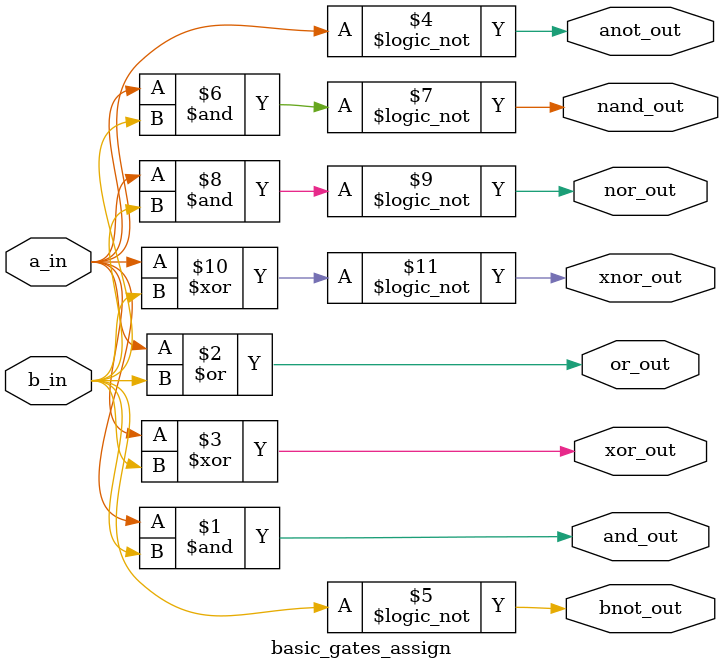
<source format=v>
`timescale 1ns / 1ps


module basic_gates_assign(
input a_in,b_in,
output and_out,
output or_out,
output xor_out,
output anot_out,
output bnot_out,
output nand_out,
output nor_out,
output xnor_out
    );
    //Basic gate implementation using assign keyword

    //AND gate
    assign and_out = a_in &  b_in;
    //OR gate
    assign or_out = a_in | b_in;
    //XOR gate
    assign xor_out = a_in ^ b_in;
    //NOT gate
    assign anot_out = !a_in;
    assign bnot_out = !b_in;
    //NAND gate
    assign nand_out = !(a_in & b_in);
    //NOR gate
    assign nor_out = !(a_in & b_in);
    //XNOR gate
    assign xnor_out = !(a_in ^ b_in);
endmodule
</source>
